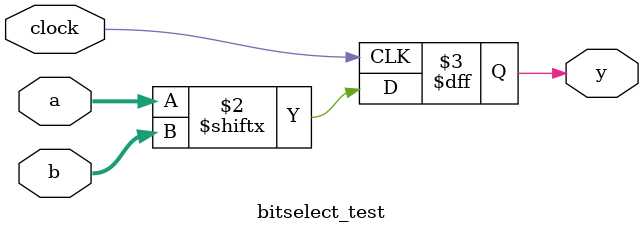
<source format=sv>
module bitselect_test (
    input clock,
    input [2:0] b,
    input [7:0] a,
    output reg y);

    always @(posedge clock)
          y <= a[b];

endmodule

</source>
